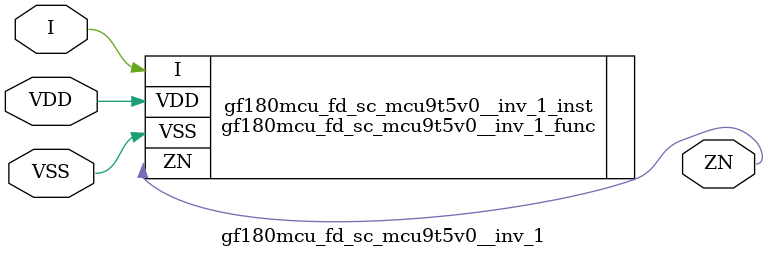
<source format=v>

module gf180mcu_fd_sc_mcu9t5v0__inv_1( I, ZN, VDD, VSS );
input I;
inout VDD, VSS;
output ZN;

   `ifdef FUNCTIONAL  //  functional //

	gf180mcu_fd_sc_mcu9t5v0__inv_1_func gf180mcu_fd_sc_mcu9t5v0__inv_1_behav_inst(.I(I),.ZN(ZN),.VDD(VDD),.VSS(VSS));

   `else

	gf180mcu_fd_sc_mcu9t5v0__inv_1_func gf180mcu_fd_sc_mcu9t5v0__inv_1_inst(.I(I),.ZN(ZN),.VDD(VDD),.VSS(VSS));

	// spec_gates_begin


	// spec_gates_end



   specify

	// specify_block_begin

	// comb arc I --> ZN
	 (I => ZN) = (1.0,1.0);

	// specify_block_end

   endspecify

   `endif

endmodule

</source>
